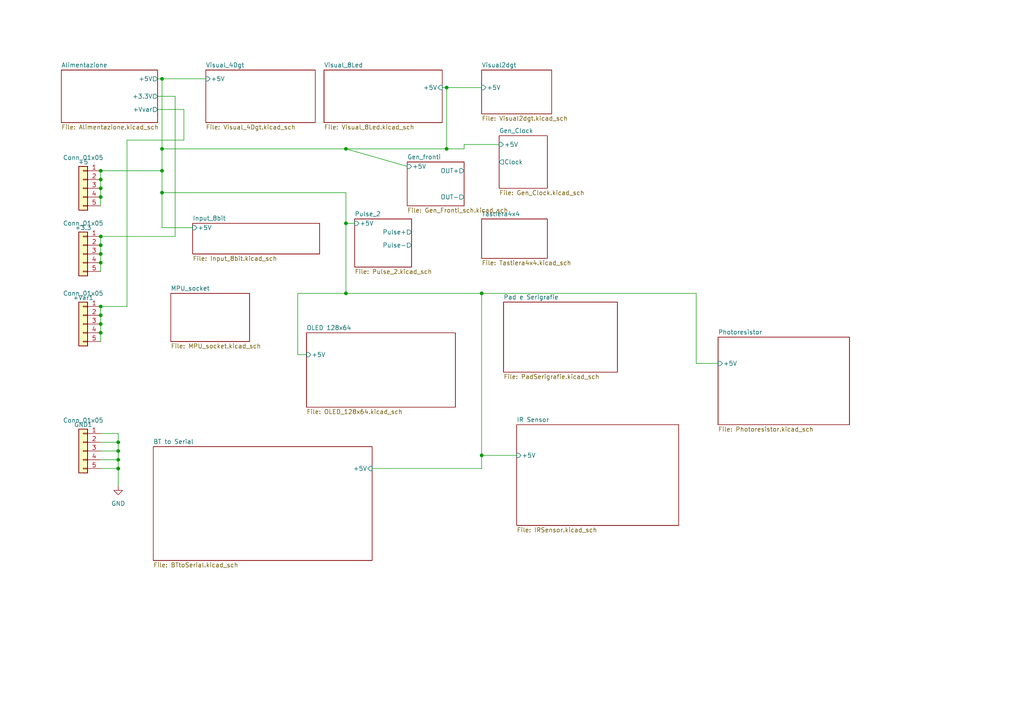
<source format=kicad_sch>
(kicad_sch (version 20211123) (generator eeschema)
  (paper "A4")
  (title_block (title "Progetto di DemoBoard per Elettronica Digitale") (date "2023-02-12") (rev "1") (company "Officine Einstein,  Roma") (comment 1 "IIS Einstein-Bachelet, Roma") (comment 3 "MP_23") (comment 4 "Laboratorio di Tecnologie e Progettazione di Sistemi Elettronici"))
  (lib_symbols
    (symbol "Connector_Generic:Conn_01x05" (pin_names (offset 1.016) hide)
      (property "Reference" "J" (at 0 7.62 0))
      (property "Value" "Conn_01x05" (at 0 -7.62 0))
      (symbol "Conn_01x05_1_1"
        (rectangle (start -1.27 -4.953) (end 0 -5.207) (stroke (width 0.1524)))
        (rectangle (start -1.27 -2.413) (end 0 -2.667) (stroke (width 0.1524)))
        (rectangle (start -1.27 0.127) (end 0 -0.127) (stroke (width 0.1524)))
        (rectangle (start -1.27 2.667) (end 0 2.413) (stroke (width 0.1524)))
        (rectangle (start -1.27 5.207) (end 0 4.953) (stroke (width 0.1524)))
        (rectangle (start -1.27 6.35) (end 1.27 -6.35) (stroke (width 0.254)) (fill (type background)))
        (pin passive line (at -5.08 5.08 0) (length 3.81) (name "Pin_1") (number "1"))
        (pin passive line (at -5.08 2.54 0) (length 3.81) (name "Pin_2") (number "2"))
        (pin passive line (at -5.08 0 0) (length 3.81) (name "Pin_3") (number "3"))
        (pin passive line (at -5.08 -2.54 0) (length 3.81) (name "Pin_4") (number "4"))
        (pin passive line (at -5.08 -5.08 0) (length 3.81) (name "Pin_5") (number "5"))
      )
    )
    (symbol "GND_1" (power) (pin_names (offset 0))
      (property "Value" "GND_1" (at 0 -3.81 0))
      (symbol "GND_1_0_1"
        (polyline (pts (xy 0 0) (xy 0 -1.27) (xy 1.27 -1.27) (xy 0 -2.54) (xy -1.27 -1.27) (xy 0 -1.27)))
      )
      (symbol "GND_1_1_1"
        (pin power_in line (at 0 0 270) (length 0) hide (name "GND") (number "1"))
      )
    )
  )
  (junction (at 29.21 71.12))
  (junction (at 100.33 64.77))
  (junction (at 29.21 88.9))
  (junction (at 29.21 93.98))
  (junction (at 46.99 22.86))
  (junction (at 46.99 55.88))
  (junction (at 29.21 57.15))
  (junction (at 129.54 25.4))
  (junction (at 139.7 85.09))
  (junction (at 34.29 133.35))
  (junction (at 34.29 135.89))
  (junction (at 29.21 68.58))
  (junction (at 100.33 43.18))
  (junction (at 46.99 49.53))
  (junction (at 129.54 43.18))
  (junction (at 139.7 132.08))
  (junction (at 29.21 91.44))
  (junction (at 29.21 96.52))
  (junction (at 29.21 54.61))
  (junction (at 29.21 52.07))
  (junction (at 34.29 130.81))
  (junction (at 29.21 73.66))
  (junction (at 100.33 85.09))
  (junction (at 46.99 43.18))
  (junction (at 29.21 49.53))
  (junction (at 29.21 76.2))
  (junction (at 34.29 128.27))
  (wire (pts (xy 100.33 43.18) (xy 118.11 48.26)))
  (wire (pts (xy 53.34 40.64) (xy 53.34 31.75)))
  (wire (pts (xy 107.95 135.89) (xy 139.7 135.89)))
  (wire (pts (xy 29.21 88.9) (xy 29.21 91.44)))
  (wire (pts (xy 29.21 133.35) (xy 34.29 133.35)))
  (wire (pts (xy 29.21 93.98) (xy 29.21 96.52)))
  (wire (pts (xy 100.33 64.77) (xy 100.33 85.09)))
  (wire (pts (xy 29.21 54.61) (xy 29.21 57.15)))
  (wire (pts (xy 46.99 49.53) (xy 46.99 55.88)))
  (wire (pts (xy 29.21 49.53) (xy 46.99 49.53)))
  (wire (pts (xy 29.21 68.58) (xy 50.8 68.58)))
  (wire (pts (xy 53.34 31.75) (xy 45.72 31.75)))
  (wire (pts (xy 34.29 133.35) (xy 34.29 130.81)))
  (wire (pts (xy 34.29 128.27) (xy 34.29 125.73)))
  (wire (pts (xy 134.62 43.18) (xy 134.62 41.91)))
  (wire (pts (xy 34.29 125.73) (xy 29.21 125.73)))
  (wire (pts (xy 34.29 130.81) (xy 34.29 128.27)))
  (wire (pts (xy 29.21 52.07) (xy 29.21 54.61)))
  (wire (pts (xy 36.83 40.64) (xy 53.34 40.64)))
  (wire (pts (xy 36.83 88.9) (xy 29.21 88.9)))
  (wire (pts (xy 139.7 85.09) (xy 201.93 85.09)))
  (wire (pts (xy 100.33 64.77) (xy 100.33 55.88)))
  (wire (pts (xy 139.7 132.08) (xy 149.86 132.08)))
  (wire (pts (xy 29.21 73.66) (xy 29.21 76.2)))
  (wire (pts (xy 100.33 85.09) (xy 86.36 85.09)))
  (wire (pts (xy 201.93 105.41) (xy 208.28 105.41)))
  (wire (pts (xy 46.99 55.88) (xy 46.99 66.04)))
  (wire (pts (xy 128.27 25.4) (xy 129.54 25.4)))
  (wire (pts (xy 34.29 140.97) (xy 34.29 135.89)))
  (wire (pts (xy 29.21 57.15) (xy 29.21 59.69)))
  (wire (pts (xy 129.54 25.4) (xy 139.7 25.4)))
  (wire (pts (xy 34.29 135.89) (xy 34.29 133.35)))
  (wire (pts (xy 45.72 22.86) (xy 46.99 22.86)))
  (wire (pts (xy 29.21 71.12) (xy 29.21 73.66)))
  (wire (pts (xy 46.99 22.86) (xy 46.99 43.18)))
  (wire (pts (xy 86.36 85.09) (xy 86.36 102.87)))
  (wire (pts (xy 29.21 68.58) (xy 29.21 71.12)))
  (wire (pts (xy 139.7 85.09) (xy 139.7 132.08)))
  (wire (pts (xy 102.87 64.77) (xy 100.33 64.77)))
  (wire (pts (xy 201.93 85.09) (xy 201.93 105.41)))
  (wire (pts (xy 129.54 43.18) (xy 100.33 43.18)))
  (wire (pts (xy 29.21 135.89) (xy 34.29 135.89)))
  (wire (pts (xy 139.7 132.08) (xy 139.7 135.89)))
  (wire (pts (xy 29.21 91.44) (xy 29.21 93.98)))
  (wire (pts (xy 46.99 43.18) (xy 46.99 49.53)))
  (wire (pts (xy 29.21 130.81) (xy 34.29 130.81)))
  (wire (pts (xy 86.36 102.87) (xy 88.9 102.87)))
  (wire (pts (xy 129.54 25.4) (xy 129.54 43.18)))
  (wire (pts (xy 45.72 27.94) (xy 50.8 27.94)))
  (wire (pts (xy 29.21 76.2) (xy 29.21 78.74)))
  (wire (pts (xy 134.62 41.91) (xy 144.78 41.91)))
  (wire (pts (xy 100.33 85.09) (xy 139.7 85.09)))
  (wire (pts (xy 46.99 55.88) (xy 100.33 55.88)))
  (wire (pts (xy 46.99 22.86) (xy 59.69 22.86)))
  (wire (pts (xy 29.21 128.27) (xy 34.29 128.27)))
  (wire (pts (xy 46.99 43.18) (xy 100.33 43.18)))
  (wire (pts (xy 29.21 49.53) (xy 29.21 52.07)))
  (wire (pts (xy 46.99 66.04) (xy 55.88 66.04)))
  (wire (pts (xy 50.8 27.94) (xy 50.8 68.58)))
  (wire (pts (xy 129.54 43.18) (xy 134.62 43.18)))
  (wire (pts (xy 29.21 96.52) (xy 29.21 99.06)))
  (wire (pts (xy 36.83 40.64) (xy 36.83 88.9)))
  (symbol (lib_id "Connector_Generic:Conn_01x05") (at 24.13 54.61 0) (mirror y) (unit 1)
    (property "Reference" "+5" (at 24.13 46.99 0))
    (property "Value" "Conn_01x05" (at 24.13 45.72 0))
  )
  (symbol (lib_name "GND_1") (lib_id "power:GND") (at 34.29 140.97 0) (unit 1)
    (property "Reference" "#PWR0102" (effects hide))
    (property "Value" "GND" (at 34.29 146.05 0))
  )
  (symbol (lib_id "Connector_Generic:Conn_01x05") (at 24.13 73.66 0) (mirror y) (unit 1)
    (property "Reference" "+3.3" (at 24.13 66.04 0))
    (property "Value" "Conn_01x05" (at 24.13 64.77 0))
    (property "Footprint" "Connector_PinHeader_2.54mm:PinHeader_1x05_P2.54mm_Vertical" (effects hide))
  )
  (symbol (lib_id "Connector_Generic:Conn_01x05") (at 24.13 93.98 0) (mirror y) (unit 1)
    (property "Reference" "+Var1" (at 24.13 86.36 0))
    (property "Value" "Conn_01x05" (at 24.13 85.09 0))
  )
  (symbol (lib_id "Connector_Generic:Conn_01x05") (at 24.13 130.81 0) (mirror y) (unit 1)
    (property "Reference" "GND1" (at 24.13 123.19 0))
    (property "Value" "Conn_01x05" (at 24.13 121.92 0))
  )
  (sheet (at 102.87 63.5) (size 16.51 13.97) (stroke (width 0.1524))
    (property "Sheet name" "Pulse_2" (at 102.87 62.7884 0) (effects (justify left bottom)))
    (property "Sheet file" "Pulse_2.kicad_sch" (at 102.87 78.0546 0) (effects (justify left top)))
    (pin "Pulse+" output (at 119.38 67.31 0))
    (pin "Pulse-" output (at 119.38 71.12 0))
    (pin "+5V" input (at 102.87 64.77 180))
  )
  (sheet (at 146.05 87.63) (size 33.02 20.32) (stroke (width 0.1524))
    (property "Sheet name" "Pad e Serigrafie" (at 146.05 86.9184 0) (effects (justify left bottom)))
    (property "Sheet file" "PadSerigrafie.kicad_sch" (at 146.05 108.5346 0) (effects (justify left top)))
  )
  (sheet (at 118.11 46.99) (size 16.51 12.7) (stroke (width 0.1524))
    (property "Sheet name" "Gen_fronti" (at 118.11 46.2784 0) (effects (justify left bottom)))
    (property "Sheet file" "Gen_Fronti_sch.kicad_sch" (at 118.11 60.2746 0) (effects (justify left top)))
    (pin "+5V" input (at 118.11 48.26 180))
    (pin "OUT+" output (at 134.62 49.53 0))
    (pin "OUT-" output (at 134.62 57.15 0))
  )
  (sheet (at 149.86 123.19) (size 46.99 29.21) (stroke (width 0.1524))
    (property "Sheet name" "IR Sensor" (at 149.86 122.4784 0) (effects (justify left bottom)))
    (property "Sheet file" "IRSensor.kicad_sch" (at 149.86 152.9846 0) (effects (justify left top)))
    (pin "+5V" input (at 149.86 132.08 180))
  )
  (sheet (at 59.69 20.32) (size 31.75 15.24) (stroke (width 0.1524))
    (property "Sheet name" "Visual_4Dgt" (at 59.69 19.6084 0) (effects (justify left bottom)))
    (property "Sheet file" "Visual_4Dgt.kicad_sch" (at 59.69 36.1446 0) (effects (justify left top)))
    (pin "+5V" input (at 59.69 22.86 180))
  )
  (sheet (at 49.53 85.09) (size 22.86 13.97) (stroke (width 0.1524))
    (property "Sheet name" "MPU_socket" (at 49.53 84.3784 0) (effects (justify left bottom)))
    (property "Sheet file" "MPU_socket.kicad_sch" (at 49.53 99.6446 0) (effects (justify left top)))
  )
  (sheet (at 139.7 63.5) (size 19.05 11.43) (stroke (width 0.1524))
    (property "Sheet name" "Tastiera4x4" (at 139.7 62.7884 0) (effects (justify left bottom)))
    (property "Sheet file" "Tastiera4x4.kicad_sch" (at 139.7 75.5146 0) (effects (justify left top)))
  )
  (sheet (at 144.78 39.37) (size 13.97 15.24) (stroke (width 0.1524))
    (property "Sheet name" "Gen_Clock" (at 144.78 38.6584 0) (effects (justify left bottom)))
    (property "Sheet file" "Gen_Clock.kicad_sch" (at 144.78 55.1946 0) (effects (justify left top)))
    (pin "Clock" output (at 144.78 46.99 180))
    (pin "+5V" input (at 144.78 41.91 180))
  )
  (sheet (at 208.28 97.79) (size 38.1 25.4) (stroke (width 0.1524))
    (property "Sheet name" "Photoresistor" (at 208.28 97.0784 0) (effects (justify left bottom)))
    (property "Sheet file" "Photoresistor.kicad_sch" (at 208.28 123.7746 0) (effects (justify left top)))
    (pin "+5V" input (at 208.28 105.41 180))
  )
  (sheet (at 139.7 20.32) (size 20.32 12.7) (stroke (width 0.1524))
    (property "Sheet name" "Visual2dgt" (at 139.7 19.6084 0) (effects (justify left bottom)))
    (property "Sheet file" "Visual2dgt.kicad_sch" (at 139.7 33.6046 0) (effects (justify left top)))
    (pin "+5V" input (at 139.7 25.4 180))
  )
  (sheet (at 93.98 20.32) (size 34.29 15.24) (stroke (width 0.1524))
    (property "Sheet name" "Visual_8Led" (at 93.98 19.6084 0) (effects (justify left bottom)))
    (property "Sheet file" "Visual_8Led.kicad_sch" (at 93.98 36.1446 0) (effects (justify left top)))
    (pin "+5V" input (at 128.27 25.4 0))
  )
  (sheet (at 55.88 64.77) (size 36.83 8.89) (stroke (width 0.1524))
    (property "Sheet name" "Input_8bit" (at 55.88 64.0584 0) (effects (justify left bottom)))
    (property "Sheet file" "Input_8bit.kicad_sch" (at 55.88 74.2446 0) (effects (justify left top)))
    (pin "+5V" input (at 55.88 66.04 180))
  )
  (sheet (at 44.45 129.54) (size 63.5 33.02) (stroke (width 0.1524))
    (property "Sheet name" "BT to Serial" (at 44.45 128.8284 0) (effects (justify left bottom)))
    (property "Sheet file" "BTtoSerial.kicad_sch" (at 44.45 163.1446 0) (effects (justify left top)))
    (pin "+5V" input (at 107.95 135.89 0))
  )
  (sheet (at 88.9 96.52) (size 43.18 21.59) (stroke (width 0.1524))
    (property "Sheet name" "OLED 128x64" (at 88.9 95.8084 0) (effects (justify left bottom)))
    (property "Sheet file" "OLED_128x64.kicad_sch" (at 88.9 118.6946 0) (effects (justify left top)))
    (pin "+5V" input (at 88.9 102.87 180))
  )
  (sheet (at 17.78 20.32) (size 27.94 15.24) (stroke (width 0.1524))
    (property "Sheet name" "Alimentazione" (at 17.78 19.6084 0) (effects (justify left bottom)))
    (property "Sheet file" "Alimentazione.kicad_sch" (at 17.78 36.1446 0) (effects (justify left top)))
    (pin "+5V" output (at 45.72 22.86 0))
    (pin "+Vvar" output (at 45.72 31.75 0))
    (pin "+3.3V" output (at 45.72 27.94 0))
  )
)
</source>
